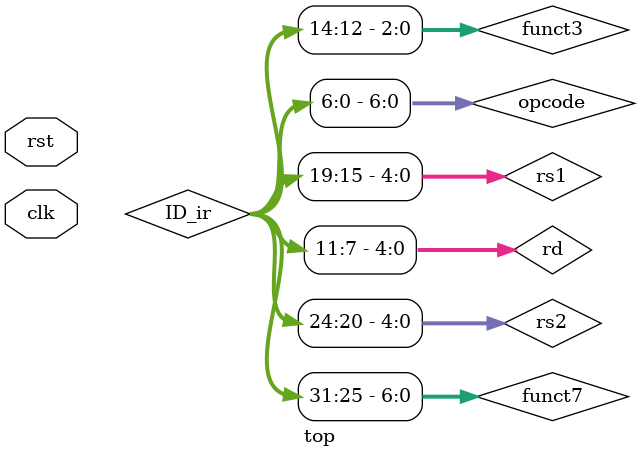
<source format=sv>
`include "ADD.sv"
`include "ALU.sv"
`include "Controller.sv"
`include "EX_MEM.sv"
`include "FU.sv"
`include "HDU.sv"
`include "ID_EX.sv"
`include "IF_ID.sv"
`include "MEM_WB.sv"
`include "mux_pc.sv"
`include "mux_src1.sv"
`include "mux_src2.sv"
`include "mux_wr.sv"
`include "PC.sv"
`include "Registers.sv"
`include "SRAM_wrapper.sv"


module top( clk,
            rst);


    parameter	data_size = 32;
    parameter 	pc_size = 	32;
    parameter 	mem_size = 	32;

    input 	clk,rst;

	// Instruction Memory
	//wire 	[mem_size-1:0] 	IM_Address;
	wire  	[data_size-1:0] Instruction;


    
	// Wire Declaration part
    /*-----------------------------------------------------------*/

    // PC
    wire 	[pc_size-1:0] 	PCout;
    wire 	[pc_size-1:0] 	PCin;

    // IF_ID pipe
    /*-----------------------------------------------------------*/
	wire 	[pc_size-1:0]   ID_PC;
	wire 	[data_size-1:0] ID_ir;

    // Hazard Detection Unit
    /*-----------------------------------------------------------*/
	wire 	PCWrite;
	wire 	IF_IDWrite;
	wire 	IF_Flush;
	wire 	ID_Flush;

	//FU
	wire [2:0] status1;
	wire [2:0] status2;

    /*-----------------------------------------------------------*/

	// Controller
	wire [6:0] opcode;
	wire [2:0] funct3;
	wire [6:0] funct7;
	wire MemtoReg;
	wire [4:0] ALUOp;
	wire RegWrite;
	wire MemWrite;
	wire [3:0]Type;

    // Registers
	wire 	[4:0] 	rs1;
	wire 	[4:0] 	rs2;
	wire 	[4:0] 	rd;
	wire	[data_size-1:0] rs1_data;
	wire 	[data_size-1:0] rs2_data;

    // sign_extend	
	//wire 	[11:0] 	I_imm;
	//wire 	[data_size-1:0] I_se_imm;
	//wire 	[11:0] 	S_imm;
	//wire 	[data_size-1:0] S_se_imm;
	//wire 	[12:0] 	B_imm;
	//wire 	[data_size-1:0] B_se_imm;
	//wire 	[31:0] 	U_imm;
	//wire 	[20:0] 	J_imm;
	//wire 	[data_size-1:0] J_se_imm;


	

    // PC
	//assign IM_Address = PCout[pc_size-1:0];	
	//idir
	// Controller
	assign opcode = ID_ir[6:0];
	assign funct7 = ID_ir[31:25];
    assign funct3 = ID_ir[14:12];
	
	// Registers
	assign rs1 = ID_ir[19:15];
	assign rs2 = ID_ir[24:20];
	assign rd  = ID_ir[11:7];
	
	// sign_extend
	//assign I_imm = ID_ir[31:20];
	//assign I_se_imm = {{(20){I_imm[11]}},I_imm};
	//assign S_imm = {ID_ir[31:25],ID_ir[11:7]};
	//assign S_se_imm = {{(20){S_imm[11]}},S_imm};
	//assign B_imm = {ID_ir[31],ID_ir[7],ID_ir[30:25],ID_ir[11:8],1'b0};
	//assign B_se_imm = {{(19){B_imm[12]}},B_imm};
	//assign U_imm = {ID_ir[31:12],12'd0};
	//assign J_imm = {ID_ir[31],ID_ir[19:12],ID_ir[20],ID_ir[30:21],1'bo};
	//assign J_se_imm = {{(11){I_imm[20]}},J_imm};

	
	// shamt to ID_EX pipe
	//assign shamt =ID_ir[24:20];
	
	// pipe

	//EX
	wire [4:0]  EX_ALUOp;
	wire [31:0] EX_src1;
	wire [31:0] EX_src2;
	wire [31:0] EX_ir;
	wire [31:0] EX_ALU_result;
	wire [31:0] EX_PC;
	wire [31:0] EX_rs1_data;
	wire [31:0] EX_rs2_data;
	wire [4:0]  EX_rd;
	wire [4:0]  EX_rs1;
	wire [4:0]  EX_rs2;
	wire [3:0]  EX_Type;
	wire 	Br;
	wire EX_MemtoReg;
	wire EX_RegWrite;
	wire EX_MemWrite;

	//MEM
	wire [31:0] MEM_ALU_result;
	wire [31:0] MEM_PC;
	wire [31:0] MEM_rs2_data;
	wire [31:0] MEM_MEM_result;
	wire [4:0]  MEM_rd;
	wire [3:0]  MEM_Type;
	wire MEM_MemtoReg;
	wire MEM_RegWrite;
	wire MEM_MemWrite;

	//WB
	wire WB_RegWrite;
	wire WB_MemtoReg;
	wire [31:0] WB_ALU_result;
	wire [31:0] WB_MEM_result;
	wire [31:0] WB_PC;
	wire [31:0] WB_wr_data;
	wire [3:0]  WB_Type;
	//wire []
	wire [4:0]  WB_rd;



    // IF stage 
    /*-----------------------------------------------------------*/
	// PC
    PC PC1(
        .clk(clk),
        .rst(rst),
    	.PCWrite(PCWrite),
	    .PCin(PCin), 
	    .PCout(PCout)
    );

	//IM
	SRAM_wrapper IM1(
		.CK(~clk),
        .CS(1'b1),
		.OE(1'b1),
		.WEB(4'b1111),
		.A(PCout[15:2]),
		.DI(32'd0),
		.DO(Instruction)
	);

	// IF_ID pipe
	/*-----------------------------------------------------------*/
	IF_ID IF_ID1(
		.clk(clk),
        .rst(rst),
		// input
		.IF_IDWrite(IF_IDWrite),
		.IF_Flush(IF_Flush),
		.IF_PC(PCout),
		.IF_ir(Instruction),
		// output
		.ID_PC(ID_PC),
		.ID_ir(ID_ir)
	);

	// ID
	/*-----------------------------------------------------------*/	
	// Hazard Detection Unit
	HDU HDU1 ( 
	// input
		.ID_rs1(rs1),
  		.ID_rs2(rs2),
		.EX_rd(EX_rd),
		.EX_MemtoReg(EX_MemtoReg),
		.Br(Br),
		// output
		.PCWrite(PCWrite),			 
		.IF_IDWrite(IF_IDWrite),
		.IF_Flush(IF_Flush),
		.ID_Flush(ID_Flush)
	);

	// Controller
	Controller Controller1 ( 
		.opcode(opcode),
		.funct3(funct3),
		.funct7(funct7),
		.MemtoReg(MemtoReg),
		.ALUOp(ALUOp),
		.RegWrite(RegWrite),
		.MemWrite(MemWrite),
		.Type(Type)
	);

	// Registers
	Registers Registers1 ( 
		.clk(clk), 
		.rst(rst),
		.Read_addr_1(rs1),
		.Read_addr_2(rs2),
		.Read_data_1(rs1_data),
		.Read_data_2(rs2_data),
		.RegWrite(WB_RegWrite),
		.Write_addr(WB_rd),
		.Write_data(WB_wr_data)
	);

	//FU
	FU FU1 ( 
		// input 
		.EX_rs1(EX_rs1),
    	.EX_rs2(EX_rs2),
		.MEM_RegWrite(MEM_RegWrite),
		.WB_RegWrite(WB_RegWrite),
        .MEM_rd(MEM_rd),
        .WB_rd(WB_rd),
        .MEM_Type(MEM_Type),
        .WB_Type(WB_Type),
		// output
		.status1(status1),
		.status2(status2)
	);


	// ID_EX pipe
	/*-----------------------------------------------------------*/	
	ID_EX ID_EX1( 
		.clk(clk),  
    	.rst(rst),
    	 // input 
		.ID_Flush(ID_Flush),
		// WB
		.ID_MemtoReg(MemtoReg),
		.ID_RegWrite(RegWrite),
		// M
		.ID_MemWrite(MemWrite),
		// EX	   
		// pipe
        .ID_ir(ID_ir),
		.ID_PC(ID_PC),
        .ID_Type(Type),
		.ID_ALUOp(ALUOp),
		.rs1_data(rs1_data),
		.rs2_data(rs2_data),
		.rs1(rs1),
		.rs2(rs2),
		.ID_rd(rd),
		// output
		// WB
		.EX_MemtoReg(EX_MemtoReg),
		.EX_RegWrite(EX_RegWrite),
		// M
		.EX_MemWrite(EX_MemWrite),
		// EX
		// pipe
        .EX_ir(EX_ir),
		.EX_PC(EX_PC),
        .EX_Type(EX_Type),
		.EX_ALUOp(EX_ALUOp),
		.EX_rs1_data(EX_rs1_data),
		.EX_rs2_data(EX_rs2_data),
		.EX_rs1(EX_rs1),
		.EX_rs2(EX_rs2),
		.EX_rd(EX_rd)	   			   
	);


	//mux_src1
	mux_src1 u_mux_src1(
		.EX_Type(EX_Type),
		.EX_PC(EX_PC),
        .EX_rs1_data(EX_rs1_data),
        .EX_src1(EX_src1),
        .MEM_ALU_result(MEM_ALU_result),
        .WB_wr_data(WB_wr_data),
        .status1(status1)
	);

	//mux_src2
	mux_src2 u_mux_src2 (
		.EX_ALUOp(EX_ALUOp),
		.EX_Type(EX_Type),
        .EX_ir(EX_ir),
        .EX_rs2_data(EX_rs2_data),
        .EX_src2(EX_src2),
		.MEM_ALU_result(MEM_ALU_result),
		.WB_wr_data(WB_wr_data),
		.status2(status2)
	);





	//EX
	ALU ALU1(
		.ALUOp(EX_ALUOp),
		.src1(EX_src1),
		.src2(EX_src2),
		.ALU_result(EX_ALU_result),
		.Br(Br)
	);


	//mux_pc
	mux_pc mux_pc1( 
		.EX_ir(EX_ir),
		.PC(PCout),
        .EX_PC(EX_PC),
		.EX_Type(EX_Type),
		.Br(Br),
        .EX_ALU_result(EX_ALU_result),
	    .out(PCin)
	);
	




	// EX_MEM pipe
	/*-----------------------------------------------------------*/
	EX_MEM EX_MEM1(
		.clk(clk),
		.rst(rst),
		// input 
		// WB
		.EX_MemtoReg(EX_MemtoReg),
		.EX_RegWrite(EX_RegWrite),
		// M
		.EX_MemWrite(EX_MemWrite),
		// pipe
		.EX_ALU_result(EX_ALU_result),
		.EX_rs2_data((status2==3'd3) ? MEM_ALU_result :(status2==3'd4) ? WB_wr_data :EX_rs2_data),
		.EX_rd(EX_rd),
        .EX_Type(EX_Type),
		.EX_PC(EX_PC),
		// output
		// WB
		.MEM_MemtoReg(MEM_MemtoReg),
		.MEM_RegWrite(MEM_RegWrite),
		// M
		.MEM_MemWrite(MEM_MemWrite),
		// pipe
		.MEM_ALU_result(MEM_ALU_result),
		.MEM_rs2_data(MEM_rs2_data),
		.MEM_rd(MEM_rd),
        .MEM_Type(MEM_Type),
		.MEM_PC(MEM_PC)			  		  			  
	);

	//DM
	SRAM_wrapper DM1(
		.CK(~clk),
        .CS(MEM_MemtoReg||MEM_MemWrite),
		.OE(MEM_MemtoReg),
		.WEB({(4){~MEM_MemWrite}}),
		.A(MEM_ALU_result[15:2]),
		.DI(MEM_rs2_data),
		.DO(MEM_MEM_result)
	);


	// EX_MEM pipe
	/*-----------------------------------------------------------*/

	MEM_WB MEM_WB1(
		.clk(clk),
        .rst(rst),
		// input 
		// WB
		.MEM_MemtoReg(MEM_MemtoReg),
		.MEM_RegWrite(MEM_RegWrite),
		// pipe
		.MEM_ALU_result(MEM_ALU_result),
		.MEM_MEM_result(MEM_MEM_result),
		.MEM_rd(MEM_rd),
        .MEM_Type(MEM_Type),
        .MEM_PC(MEM_PC),
		// output
		// WB
		.WB_MemtoReg(WB_MemtoReg),
		.WB_RegWrite(WB_RegWrite),
		// pipe
		.WB_ALU_result(WB_ALU_result),
		.WB_MEM_result(WB_MEM_result),
		.WB_rd(WB_rd),
        .WB_Type(WB_Type),
        .WB_PC(WB_PC)
	);

	mux_wr mux_wr1(
        .WB_rd(WB_rd),
        .WB_Type(WB_Type),
        .WB_ALU_result(WB_ALU_result),
        .WB_MEM_result(WB_MEM_result),
        .WB_PC(WB_PC),
        .WB_RegWrite(WB_RegWrite),
        .WB_MemtoReg(WB_MemtoReg),
        .WB_wr_data(WB_wr_data)
	);

	endmodule
</source>
